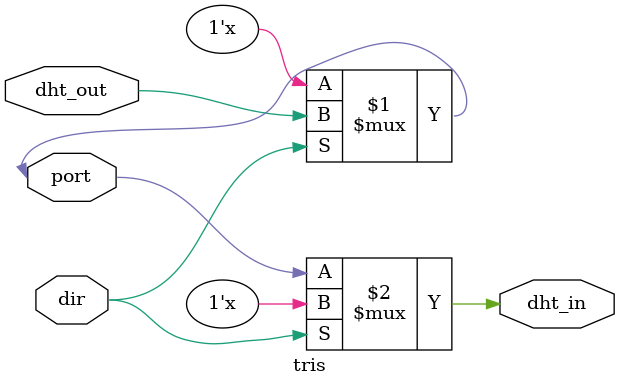
<source format=v>
module dht11(start_sensor, sensor_data, clk_1mhz, sensor_pin, error);

inout sensor_pin;
//Registradores de controle do tristate
reg dir, dht_out;
wire dht_in;

input start_sensor, clk_1mhz;
output reg error;

output [0:39]sensor_data;
reg [0:39]sensor_data;

reg [0:3]state;
		parameter IDLE = 0,
					 START_0 = 1,
					 START_1 = 2,
					 RESPONCE = 3,
					 SYNC_0 = 4,
					 SYNC_1 = 5,
					 DATA = 6,
					 STOP = 7,
					 ERROR = 8;
					 
integer counter;
integer counter_data;

tris tris_0(
	.port(sensor_pin),
	.dir(dir),
	.dht_out(dht_out),
	.dht_in(dht_in)
);

					 
always @(posedge clk_1mhz) begin
case(state)
	IDLE:
		begin
			//Habilita canal para envio
			dir <= 1'b1;
			if(start_sensor)begin
				state <= START_0;
				error <= 1'b0;
			end else begin
				//Coloca a porta em modo saída e envia um sinal alto.
				dht_out <= 1'b1;
				state <= IDLE;
			end
		end
	START_0:
		begin
			if(counter > 18000) begin
				counter = 0;
				state <= START_1;
			end
			else begin
				//Envia um sinal baixo por 18ms para iniciar comunicação.
				dht_out <= 1'b0;
				counter = counter + 1;
				state <= START_0;
			end
		end
	START_1:
		begin
			if(counter > 20) begin
				counter = 0;
				dir = 1'b0;
				state <= RESPONCE;
			end
			else begin
				//Manda um sinal alto de 20us.
				dht_out <= 1'b1;
				counter = counter + 1;
				state <= START_1;
			end
		end
	RESPONCE:
		begin	
			//Aguarda 60us de delay ou até o canal for alterado pelo sensor
			if(counter < 60 && dht_in == 1'b1) begin
				counter = counter + 1;
				state <= RESPONCE;
			end else begin
				if(dht_in == 1'b1) begin
					counter = 0;
					state <= ERROR;
				end else begin
					counter = 0;
					state <= SYNC_0;
				end
			end
		end
	SYNC_0:
		begin
			//bloco de sincronização
			//Aguarda 80us de sinal baixo enviado pelo sensor
			if(dht_in == 1'b0 && counter < 88) begin
				counter = counter + 1;
				state <= SYNC_0;
			end else begin
				if(dht_in == 1'b0) begin
					counter = 0;
					state <= ERROR;
				end else begin
					counter =0;
					state <= SYNC_1;
				end
			end
		end
	SYNC_1:
		begin
			//Aguarda 80us de sinal alto enviado pelo sensor
			if(dht_in == 1'b1 && counter < 88) begin
				counter = counter + 1;
				state <= SYNC_1;
			end else begin
				if(dht_in == 1'b1) begin
					counter = 0;
					state <= ERROR;
				end else begin
					counter = 0;
					state <= DATA;
				end
			end
		end
	DATA:
		begin
			//leitura de dados do canal do sensor
			//Conta o tempo de cada pulso alto que segue um pulso baixo
			if(dht_in == 1'b0 && counter != 0) begin
				
				
				//Pulsos maiores que 50us significam '1'
				//E Pulsos menores que 30us significam '0'
				if(counter > 50) 
					sensor_data[counter_data] = 1'b1;
				 else 
					sensor_data[counter_data] = 1'b0;
					
				
				counter_data = counter_data + 1;	
				counter = 0;
			
				if(counter_data > 39) begin
					counter_data = 0;
					state <= STOP;
				end else begin
					state <= DATA;
				end
				
			end else if (dht_in == 1'b1) begin
			
				counter = counter + 1;
				//Caso o sinal alto dure mais que 32ms houve um erro.
				if(counter > 32000) begin
					counter = 0;
					state <= ERROR;
				end else begin
					state <= DATA;
				end
			end else begin
				state <= DATA;
			end
		end
	STOP:
		begin
			//Envia sinal de finalização da leitura do sensor
			//Fecha leitura do canal e coloca-o em sinal alto
			dir = 1'b1;
			dht_out = 1'b1;
			state <= IDLE;
		end
	ERROR:
		begin
			error = 1'b1;
			dir = 1'b1;
			dht_out = 1'b1;
			state <= IDLE;

		end
endcase
end


endmodule



module tris(
	port,
	dir,
	dht_out,
	dht_in
);
	inout port;
	input dir, dht_out;
	output dht_in;
	
	assign port = dir ? dht_out : 1'bz;
	assign dht_in = dir ? 1'bz : port;
	
endmodule


</source>
